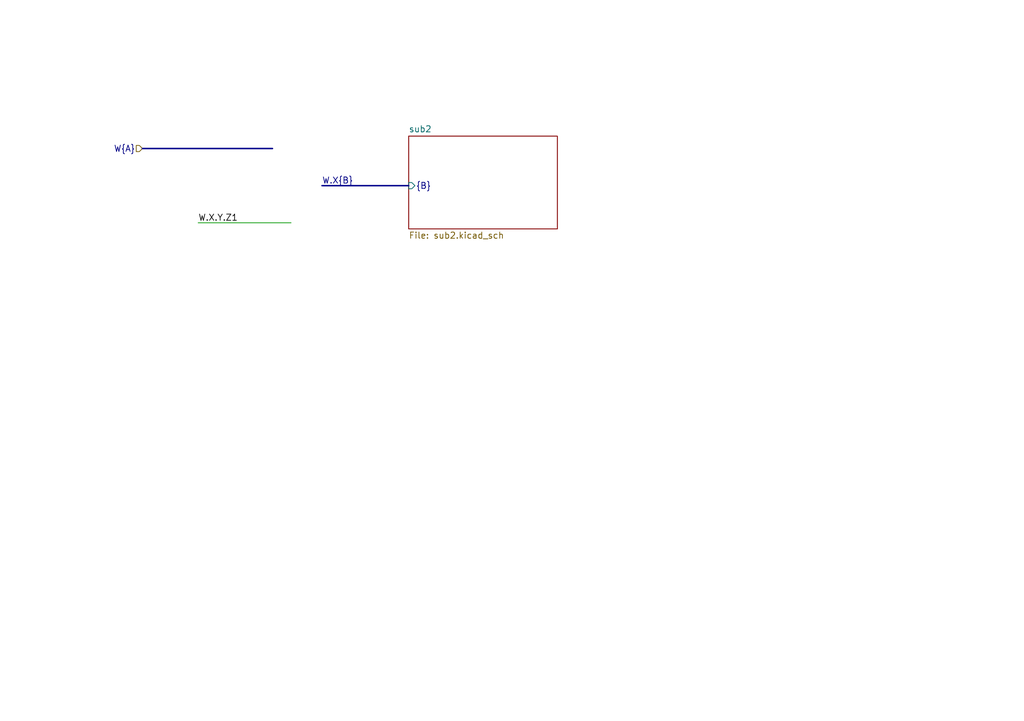
<source format=kicad_sch>
(kicad_sch
	(version 20231120)
	(generator "eeschema")
	(generator_version "8.0")
	(uuid "f0c49bd6-2e02-4b2f-930b-02eed8be70b4")
	(paper "A5")
	(lib_symbols)
	(bus_alias "C"
		(members "Z1" "Z2")
	)
	(bus
		(pts
			(xy 66.04 38.1) (xy 83.82 38.1)
		)
		(stroke
			(width 0)
			(type default)
		)
		(uuid "0dfae872-6c53-45bc-82b2-ed11d9428d61")
	)
	(bus
		(pts
			(xy 29.21 30.48) (xy 55.88 30.48)
		)
		(stroke
			(width 0)
			(type default)
		)
		(uuid "822f0772-ab48-465a-a892-c53efd9a8ac0")
	)
	(wire
		(pts
			(xy 40.64 45.72) (xy 59.69 45.72)
		)
		(stroke
			(width 0)
			(type default)
		)
		(uuid "8b3f075b-384b-4c74-a276-3bab1e4416bb")
	)
	(label "W.X.Y.Z1"
		(at 40.64 45.72 0)
		(fields_autoplaced yes)
		(effects
			(font
				(size 1.27 1.27)
			)
			(justify left bottom)
		)
		(uuid "43ab9f4e-bffd-4f38-8e4c-5a8158f5dcce")
	)
	(label "W.X{B}"
		(at 66.04 38.1 0)
		(fields_autoplaced yes)
		(effects
			(font
				(size 1.27 1.27)
			)
			(justify left bottom)
		)
		(uuid "44de4467-8bf7-4cb9-b79a-35fdbd12ecd7")
	)
	(hierarchical_label "W{A}"
		(shape input)
		(at 29.21 30.48 180)
		(fields_autoplaced yes)
		(effects
			(font
				(size 1.27 1.27)
			)
			(justify right)
		)
		(uuid "08953d6c-47b6-49de-a15a-56a961ca498e")
	)
	(sheet
		(at 83.82 27.94)
		(size 30.48 19.05)
		(fields_autoplaced yes)
		(stroke
			(width 0.1524)
			(type solid)
		)
		(fill
			(color 0 0 0 0.0000)
		)
		(uuid "4fea18b4-6b3d-4acc-a71b-7ee31c8961ac")
		(property "Sheetname" "sub2"
			(at 83.82 27.2284 0)
			(effects
				(font
					(size 1.27 1.27)
				)
				(justify left bottom)
			)
		)
		(property "Sheetfile" "sub2.kicad_sch"
			(at 83.82 47.5746 0)
			(effects
				(font
					(size 1.27 1.27)
				)
				(justify left top)
			)
		)
		(pin "{B}" input
			(at 83.82 38.1 180)
			(effects
				(font
					(size 1.27 1.27)
				)
				(justify left)
			)
			(uuid "7a6b7b66-5fae-487b-af2f-8095095aba85")
		)
		(instances
			(project "issue17771"
				(path "/d9f38ef5-2741-42a5-b9f1-8ecb1cdb29f5/646c9f9f-0bca-47c1-b111-bccee7653836"
					(page "3")
				)
			)
		)
	)
)

</source>
